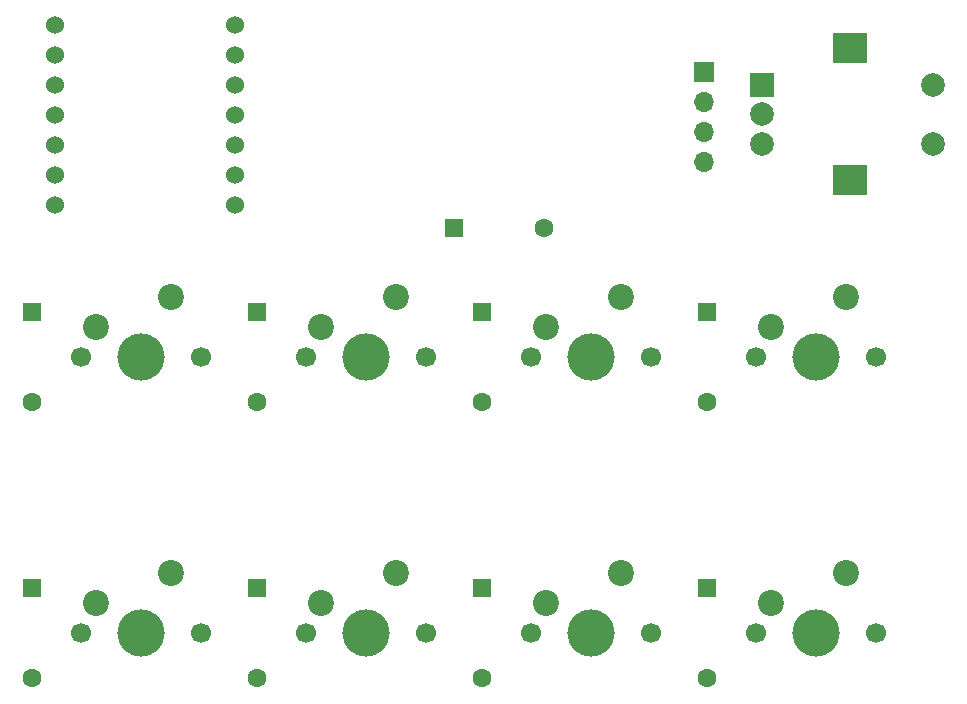
<source format=gbr>
%TF.GenerationSoftware,KiCad,Pcbnew,9.0.6*%
%TF.CreationDate,2025-12-17T11:58:44+01:00*%
%TF.ProjectId,HackPad,4861636b-5061-4642-9e6b-696361645f70,rev?*%
%TF.SameCoordinates,Original*%
%TF.FileFunction,Soldermask,Bot*%
%TF.FilePolarity,Negative*%
%FSLAX46Y46*%
G04 Gerber Fmt 4.6, Leading zero omitted, Abs format (unit mm)*
G04 Created by KiCad (PCBNEW 9.0.6) date 2025-12-17 11:58:44*
%MOMM*%
%LPD*%
G01*
G04 APERTURE LIST*
G04 Aperture macros list*
%AMRoundRect*
0 Rectangle with rounded corners*
0 $1 Rounding radius*
0 $2 $3 $4 $5 $6 $7 $8 $9 X,Y pos of 4 corners*
0 Add a 4 corners polygon primitive as box body*
4,1,4,$2,$3,$4,$5,$6,$7,$8,$9,$2,$3,0*
0 Add four circle primitives for the rounded corners*
1,1,$1+$1,$2,$3*
1,1,$1+$1,$4,$5*
1,1,$1+$1,$6,$7*
1,1,$1+$1,$8,$9*
0 Add four rect primitives between the rounded corners*
20,1,$1+$1,$2,$3,$4,$5,0*
20,1,$1+$1,$4,$5,$6,$7,0*
20,1,$1+$1,$6,$7,$8,$9,0*
20,1,$1+$1,$8,$9,$2,$3,0*%
G04 Aperture macros list end*
%ADD10C,1.700000*%
%ADD11C,4.000000*%
%ADD12C,2.200000*%
%ADD13R,1.700000X1.700000*%
%ADD14O,1.700000X1.700000*%
%ADD15R,2.000000X2.000000*%
%ADD16C,2.000000*%
%ADD17R,3.000000X2.500000*%
%ADD18C,1.524000*%
%ADD19RoundRect,0.250000X-0.550000X0.550000X-0.550000X-0.550000X0.550000X-0.550000X0.550000X0.550000X0*%
%ADD20C,1.600000*%
%ADD21RoundRect,0.250000X-0.550000X-0.550000X0.550000X-0.550000X0.550000X0.550000X-0.550000X0.550000X0*%
G04 APERTURE END LIST*
D10*
%TO.C,SW A3*%
X147002500Y-99016250D03*
D11*
X152082500Y-99016250D03*
D10*
X157162500Y-99016250D03*
D12*
X154622500Y-93936250D03*
X148272500Y-96476250D03*
%TD*%
D10*
%TO.C,SW A2*%
X127952500Y-99016250D03*
D11*
X133032500Y-99016250D03*
D10*
X138112500Y-99016250D03*
D12*
X135572500Y-93936250D03*
X129222500Y-96476250D03*
%TD*%
D10*
%TO.C,SW B1*%
X108902500Y-122396250D03*
D11*
X113982500Y-122396250D03*
D10*
X119062500Y-122396250D03*
D12*
X116522500Y-117316250D03*
X110172500Y-119856250D03*
%TD*%
D10*
%TO.C,SW B2*%
X127952500Y-122396250D03*
D11*
X133032500Y-122396250D03*
D10*
X138112500Y-122396250D03*
D12*
X135572500Y-117316250D03*
X129222500Y-119856250D03*
%TD*%
D13*
%TO.C,U2*%
X161615000Y-74886250D03*
D14*
X161615000Y-77426250D03*
X161615000Y-79966250D03*
X161615000Y-82506250D03*
%TD*%
D15*
%TO.C,SW9*%
X166500000Y-76000000D03*
D16*
X166500000Y-81000000D03*
X166500000Y-78500000D03*
D17*
X174000000Y-72900000D03*
X174000000Y-84100000D03*
D16*
X181000000Y-76000000D03*
X181000000Y-81000000D03*
%TD*%
D10*
%TO.C,SW A1*%
X108902500Y-99016250D03*
D11*
X113982500Y-99016250D03*
D10*
X119062500Y-99016250D03*
D12*
X116522500Y-93936250D03*
X110172500Y-96476250D03*
%TD*%
D18*
%TO.C,U1*%
X106680000Y-70961250D03*
X106680000Y-73501250D03*
X106680000Y-76041250D03*
X106680000Y-78581250D03*
X106680000Y-81121250D03*
X106680000Y-83661250D03*
X106680000Y-86201250D03*
X121920000Y-86201250D03*
X121920000Y-83661250D03*
X121920000Y-81121250D03*
X121920000Y-78581250D03*
X121920000Y-76041250D03*
X121920000Y-73501250D03*
X121920000Y-70961250D03*
%TD*%
D10*
%TO.C,SW A4*%
X166052500Y-99016250D03*
D11*
X171132500Y-99016250D03*
D10*
X176212500Y-99016250D03*
D12*
X173672500Y-93936250D03*
X167322500Y-96476250D03*
%TD*%
D10*
%TO.C,SW B3*%
X147002500Y-122396250D03*
D11*
X152082500Y-122396250D03*
D10*
X157162500Y-122396250D03*
D12*
X154622500Y-117316250D03*
X148272500Y-119856250D03*
%TD*%
D10*
%TO.C,SW B4*%
X166052500Y-122396250D03*
D11*
X171132500Y-122396250D03*
D10*
X176212500Y-122396250D03*
D12*
X173672500Y-117316250D03*
X167322500Y-119856250D03*
%TD*%
D19*
%TO.C,D15*%
X142875000Y-118586250D03*
D20*
X142875000Y-126206250D03*
%TD*%
D19*
%TO.C,D9*%
X104775000Y-95206250D03*
D20*
X104775000Y-102826250D03*
%TD*%
D19*
%TO.C,D11*%
X142875000Y-95206250D03*
D20*
X142875000Y-102826250D03*
%TD*%
D19*
%TO.C,D12*%
X161925000Y-95206250D03*
D20*
X161925000Y-102826250D03*
%TD*%
D19*
%TO.C,D16*%
X161925000Y-118586250D03*
D20*
X161925000Y-126206250D03*
%TD*%
D19*
%TO.C,D14*%
X123825000Y-118586250D03*
D20*
X123825000Y-126206250D03*
%TD*%
D19*
%TO.C,D10*%
X123825000Y-95206250D03*
D20*
X123825000Y-102826250D03*
%TD*%
D21*
%TO.C,D17*%
X140493750Y-88106250D03*
D20*
X148113750Y-88106250D03*
%TD*%
D19*
%TO.C,D13*%
X104775000Y-118586250D03*
D20*
X104775000Y-126206250D03*
%TD*%
M02*

</source>
